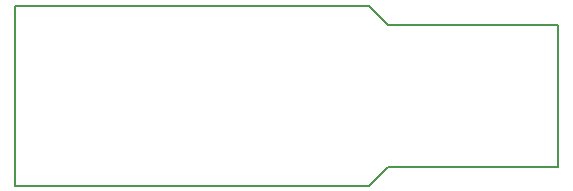
<source format=gm1>
G04 Layer_Color=16711935*
%FSLAX24Y24*%
%MOIN*%
G70*
G01*
G75*
%ADD15C,0.0060*%
%ADD41C,0.0059*%
D15*
X0Y-3000D02*
X11822D01*
X0D02*
Y3000D01*
X11822D01*
D41*
X12456Y2366D01*
X11822Y-3000D02*
X12456Y-2366D01*
X18126D01*
X12456Y2366D02*
X18126D01*
Y-2366D02*
Y2366D01*
M02*

</source>
